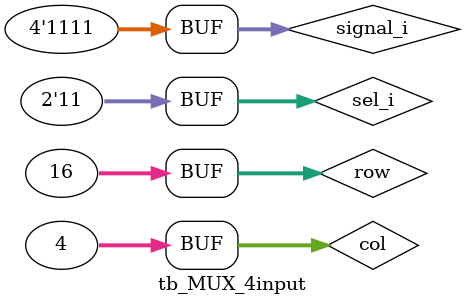
<source format=sv>
`timescale  1ns / 1ns


// Using UTF-8.
// System Verilog
// ALL RIGHTS RESERVED BY ClARK.

//----------------------------------------------------------------
// Testbench
//----------------------------------------------------------------

module tb_MUX_4input;

logic [3:0] signal_i = 0;
logic [1:0] sel_i = 0;
logic signal_o;

integer row;
integer col;

MUX_4input u_MUX_4input(
     .signal_i(signal_i)
    ,.sel_i(sel_i)
    ,.signal_o(signal_o)
);

// Check every states

initial begin
    for (row = 0; row <= 4'b1111; row = row + 1) begin
        signal_i = row;
        for (col = 0; col <= 2'b11; col = col + 1) begin
            #(10) sel_i = col;
        end
    end
end

endmodule
</source>
